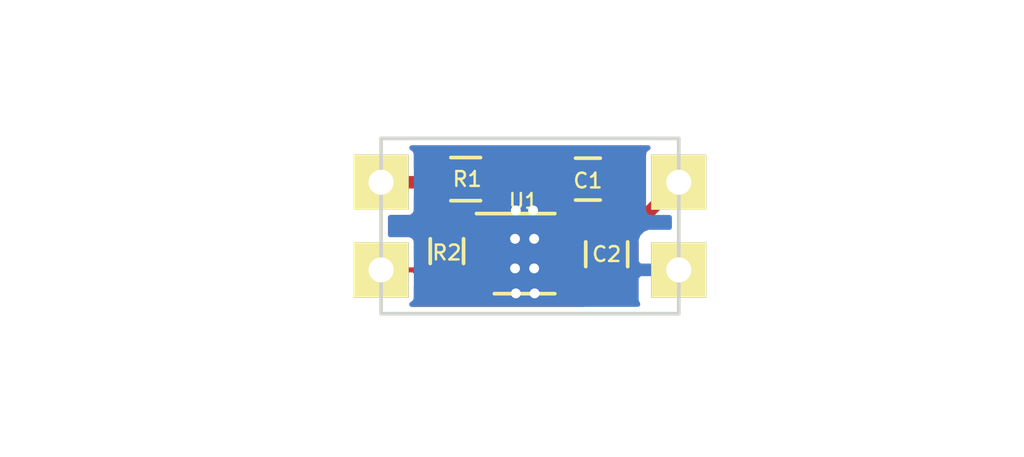
<source format=kicad_pcb>
(kicad_pcb (version 4) (host pcbnew 4.0.4+dfsg1-stable)

  (general
    (links 15)
    (no_connects 0)
    (area 134.655787 94.656 178.272215 115.222001)
    (thickness 1.6)
    (drawings 9)
    (tracks 54)
    (zones 0)
    (modules 9)
    (nets 9)
  )

  (page A4)
  (layers
    (0 F.Cu signal)
    (31 B.Cu signal)
    (32 B.Adhes user)
    (33 F.Adhes user)
    (34 B.Paste user)
    (35 F.Paste user)
    (36 B.SilkS user)
    (37 F.SilkS user)
    (38 B.Mask user)
    (39 F.Mask user)
    (40 Dwgs.User user)
    (41 Cmts.User user)
    (42 Eco1.User user)
    (43 Eco2.User user)
    (44 Edge.Cuts user)
    (45 Margin user)
    (46 B.CrtYd user)
    (47 F.CrtYd user)
    (48 B.Fab user)
    (49 F.Fab user)
  )

  (setup
    (last_trace_width 0.25)
    (user_trace_width 0.2032)
    (user_trace_width 0.508)
    (trace_clearance 0.2)
    (zone_clearance 0.508)
    (zone_45_only no)
    (trace_min 0.2)
    (segment_width 0.2)
    (edge_width 0.15)
    (via_size 0.6)
    (via_drill 0.4)
    (via_min_size 0.4)
    (via_min_drill 0.3)
    (uvia_size 0.3)
    (uvia_drill 0.1)
    (uvias_allowed no)
    (uvia_min_size 0)
    (uvia_min_drill 0)
    (pcb_text_width 0.3)
    (pcb_text_size 1.5 1.5)
    (mod_edge_width 0.15)
    (mod_text_size 1 1)
    (mod_text_width 0.15)
    (pad_size 1.524 1.524)
    (pad_drill 0.762)
    (pad_to_mask_clearance 0.2)
    (aux_axis_origin 0 0)
    (visible_elements FFFEEF7F)
    (pcbplotparams
      (layerselection 0x00030_80000001)
      (usegerberextensions false)
      (excludeedgelayer true)
      (linewidth 0.100000)
      (plotframeref false)
      (viasonmask false)
      (mode 1)
      (useauxorigin false)
      (hpglpennumber 1)
      (hpglpenspeed 20)
      (hpglpendiameter 15)
      (hpglpenoverlay 2)
      (psnegative false)
      (psa4output false)
      (plotreference true)
      (plotvalue true)
      (plotinvisibletext false)
      (padsonsilk false)
      (subtractmaskfromsilk false)
      (outputformat 1)
      (mirror false)
      (drillshape 1)
      (scaleselection 1)
      (outputdirectory ""))
  )

  (net 0 "")
  (net 1 "Net-(C1-Pad1)")
  (net 2 GND)
  (net 3 VOUT)
  (net 4 VIN)
  (net 5 "Net-(R2-Pad1)")
  (net 6 ON)
  (net 7 "Net-(U1-Pad2)")
  (net 8 "Net-(U1-Pad7)")

  (net_class Default "This is the default net class."
    (clearance 0.2)
    (trace_width 0.25)
    (via_dia 0.6)
    (via_drill 0.4)
    (uvia_dia 0.3)
    (uvia_drill 0.1)
    (add_net GND)
    (add_net "Net-(C1-Pad1)")
    (add_net "Net-(R2-Pad1)")
    (add_net "Net-(U1-Pad2)")
    (add_net "Net-(U1-Pad7)")
    (add_net ON)
    (add_net VIN)
    (add_net VOUT)
  )

  (module Capacitors_SMD:C_0805 (layer F.Cu) (tedit 59601369) (tstamp 59600CE9)
    (at 22.352 14.605)
    (descr "Capacitor SMD 0805, reflow soldering, AVX (see smccp.pdf)")
    (tags "capacitor 0805")
    (path /59604977)
    (attr smd)
    (fp_text reference C1 (at 0 0.0635) (layer F.SilkS)
      (effects (font (size 0.6 0.6) (thickness 0.1)))
    )
    (fp_text value 10uF (at 0 2.1) (layer F.Fab)
      (effects (font (size 1 1) (thickness 0.15)))
    )
    (fp_line (start -1.8 -1) (end 1.8 -1) (layer F.CrtYd) (width 0.05))
    (fp_line (start -1.8 1) (end 1.8 1) (layer F.CrtYd) (width 0.05))
    (fp_line (start -1.8 -1) (end -1.8 1) (layer F.CrtYd) (width 0.05))
    (fp_line (start 1.8 -1) (end 1.8 1) (layer F.CrtYd) (width 0.05))
    (fp_line (start 0.5 -0.85) (end -0.5 -0.85) (layer F.SilkS) (width 0.15))
    (fp_line (start -0.5 0.85) (end 0.5 0.85) (layer F.SilkS) (width 0.15))
    (pad 1 smd rect (at -1 0) (size 1 1.25) (layers F.Cu F.Paste F.Mask)
      (net 1 "Net-(C1-Pad1)"))
    (pad 2 smd rect (at 1 0) (size 1 1.25) (layers F.Cu F.Paste F.Mask)
      (net 2 GND))
    (model Capacitors_SMD.3dshapes/C_0805.wrl
      (at (xyz 0 0 0))
      (scale (xyz 1 1 1))
      (rotate (xyz 0 0 0))
    )
  )

  (module Capacitors_SMD:C_0805 (layer F.Cu) (tedit 5960136F) (tstamp 59600CEF)
    (at 23.114 17.653 90)
    (descr "Capacitor SMD 0805, reflow soldering, AVX (see smccp.pdf)")
    (tags "capacitor 0805")
    (path /59604960)
    (attr smd)
    (fp_text reference C2 (at 0 0 180) (layer F.SilkS)
      (effects (font (size 0.6 0.6) (thickness 0.1)))
    )
    (fp_text value 10uF (at 0 2.1 90) (layer F.Fab)
      (effects (font (size 1 1) (thickness 0.15)))
    )
    (fp_line (start -1.8 -1) (end 1.8 -1) (layer F.CrtYd) (width 0.05))
    (fp_line (start -1.8 1) (end 1.8 1) (layer F.CrtYd) (width 0.05))
    (fp_line (start -1.8 -1) (end -1.8 1) (layer F.CrtYd) (width 0.05))
    (fp_line (start 1.8 -1) (end 1.8 1) (layer F.CrtYd) (width 0.05))
    (fp_line (start 0.5 -0.85) (end -0.5 -0.85) (layer F.SilkS) (width 0.15))
    (fp_line (start -0.5 0.85) (end 0.5 0.85) (layer F.SilkS) (width 0.15))
    (pad 1 smd rect (at -1 0 90) (size 1 1.25) (layers F.Cu F.Paste F.Mask)
      (net 2 GND))
    (pad 2 smd rect (at 1 0 90) (size 1 1.25) (layers F.Cu F.Paste F.Mask)
      (net 3 VOUT))
    (model Capacitors_SMD.3dshapes/C_0805.wrl
      (at (xyz 0 0 0))
      (scale (xyz 1 1 1))
      (rotate (xyz 0 0 0))
    )
  )

  (module Resistors_SMD:R_0805 (layer F.Cu) (tedit 59601364) (tstamp 59600CF5)
    (at 17.399 14.605 180)
    (descr "Resistor SMD 0805, reflow soldering, Vishay (see dcrcw.pdf)")
    (tags "resistor 0805")
    (path /59604A9C)
    (attr smd)
    (fp_text reference R1 (at -0.0635 0 180) (layer F.SilkS)
      (effects (font (size 0.6 0.6) (thickness 0.1)))
    )
    (fp_text value 0.01 (at 0 2.1 180) (layer F.Fab)
      (effects (font (size 1 1) (thickness 0.15)))
    )
    (fp_line (start -1.6 -1) (end 1.6 -1) (layer F.CrtYd) (width 0.05))
    (fp_line (start -1.6 1) (end 1.6 1) (layer F.CrtYd) (width 0.05))
    (fp_line (start -1.6 -1) (end -1.6 1) (layer F.CrtYd) (width 0.05))
    (fp_line (start 1.6 -1) (end 1.6 1) (layer F.CrtYd) (width 0.05))
    (fp_line (start 0.6 0.875) (end -0.6 0.875) (layer F.SilkS) (width 0.15))
    (fp_line (start -0.6 -0.875) (end 0.6 -0.875) (layer F.SilkS) (width 0.15))
    (pad 1 smd rect (at -0.95 0 180) (size 0.7 1.3) (layers F.Cu F.Paste F.Mask)
      (net 1 "Net-(C1-Pad1)"))
    (pad 2 smd rect (at 0.95 0 180) (size 0.7 1.3) (layers F.Cu F.Paste F.Mask)
      (net 4 VIN))
    (model Resistors_SMD.3dshapes/R_0805.wrl
      (at (xyz 0 0 0))
      (scale (xyz 1 1 1))
      (rotate (xyz 0 0 0))
    )
  )

  (module Resistors_SMD:R_0603 (layer F.Cu) (tedit 5960135E) (tstamp 59600CFB)
    (at 16.637 17.526 270)
    (descr "Resistor SMD 0603, reflow soldering, Vishay (see dcrcw.pdf)")
    (tags "resistor 0603")
    (path /59604A5D)
    (attr smd)
    (fp_text reference R2 (at 0.0635 0 360) (layer F.SilkS)
      (effects (font (size 0.6 0.6) (thickness 0.1)))
    )
    (fp_text value R (at 0 1.9 270) (layer F.Fab)
      (effects (font (size 1 1) (thickness 0.15)))
    )
    (fp_line (start -1.3 -0.8) (end 1.3 -0.8) (layer F.CrtYd) (width 0.05))
    (fp_line (start -1.3 0.8) (end 1.3 0.8) (layer F.CrtYd) (width 0.05))
    (fp_line (start -1.3 -0.8) (end -1.3 0.8) (layer F.CrtYd) (width 0.05))
    (fp_line (start 1.3 -0.8) (end 1.3 0.8) (layer F.CrtYd) (width 0.05))
    (fp_line (start 0.5 0.675) (end -0.5 0.675) (layer F.SilkS) (width 0.15))
    (fp_line (start -0.5 -0.675) (end 0.5 -0.675) (layer F.SilkS) (width 0.15))
    (pad 1 smd rect (at -0.75 0 270) (size 0.5 0.9) (layers F.Cu F.Paste F.Mask)
      (net 5 "Net-(R2-Pad1)"))
    (pad 2 smd rect (at 0.75 0 270) (size 0.5 0.9) (layers F.Cu F.Paste F.Mask)
      (net 2 GND))
    (model Resistors_SMD.3dshapes/R_0603.wrl
      (at (xyz 0 0 0))
      (scale (xyz 1 1 1))
      (rotate (xyz 0 0 0))
    )
  )

  (module MOD:CPAD (layer F.Cu) (tedit 5960120B) (tstamp 59600D00)
    (at 13.97 14.732)
    (descr "Through hole pin header")
    (tags "pin header")
    (path /5960576A)
    (fp_text reference T1 (at 0 -5.1) (layer F.SilkS) hide
      (effects (font (size 1 1) (thickness 0.15)))
    )
    (fp_text value TEST_1P (at 0 -3.1) (layer F.Fab)
      (effects (font (size 1 1) (thickness 0.15)))
    )
    (fp_line (start -1.75 -1.75) (end -1.75 1.75) (layer F.CrtYd) (width 0.05))
    (fp_line (start 1.75 -1.75) (end 1.75 1.75) (layer F.CrtYd) (width 0.05))
    (fp_line (start -1.75 -1.75) (end 1.75 -1.75) (layer F.CrtYd) (width 0.05))
    (fp_line (start -1.75 1.75) (end 1.75 1.75) (layer F.CrtYd) (width 0.05))
    (pad 1 thru_hole rect (at 0 0) (size 2.2352 2.2352) (drill 1.016) (layers *.Cu *.Mask F.SilkS)
      (net 4 VIN))
  )

  (module MOD:CPAD (layer F.Cu) (tedit 59601210) (tstamp 59600D05)
    (at 26.035 14.732)
    (descr "Through hole pin header")
    (tags "pin header")
    (path /5960589A)
    (fp_text reference T2 (at 0 -5.1) (layer F.SilkS) hide
      (effects (font (size 1 1) (thickness 0.15)))
    )
    (fp_text value TEST_1P (at 0 -3.1) (layer F.Fab)
      (effects (font (size 1 1) (thickness 0.15)))
    )
    (fp_line (start -1.75 -1.75) (end -1.75 1.75) (layer F.CrtYd) (width 0.05))
    (fp_line (start 1.75 -1.75) (end 1.75 1.75) (layer F.CrtYd) (width 0.05))
    (fp_line (start -1.75 -1.75) (end 1.75 -1.75) (layer F.CrtYd) (width 0.05))
    (fp_line (start -1.75 1.75) (end 1.75 1.75) (layer F.CrtYd) (width 0.05))
    (pad 1 thru_hole rect (at 0 0) (size 2.2352 2.2352) (drill 1.016) (layers *.Cu *.Mask F.SilkS)
      (net 3 VOUT))
  )

  (module MOD:CPAD (layer F.Cu) (tedit 5960121F) (tstamp 59600D0A)
    (at 13.97 18.288)
    (descr "Through hole pin header")
    (tags "pin header")
    (path /596058CE)
    (fp_text reference T3 (at -0.5715 -10.033) (layer F.SilkS) hide
      (effects (font (size 1 1) (thickness 0.15)))
    )
    (fp_text value TEST_1P (at 0 -3.1) (layer F.Fab)
      (effects (font (size 1 1) (thickness 0.15)))
    )
    (fp_line (start -1.75 -1.75) (end -1.75 1.75) (layer F.CrtYd) (width 0.05))
    (fp_line (start 1.75 -1.75) (end 1.75 1.75) (layer F.CrtYd) (width 0.05))
    (fp_line (start -1.75 -1.75) (end 1.75 -1.75) (layer F.CrtYd) (width 0.05))
    (fp_line (start -1.75 1.75) (end 1.75 1.75) (layer F.CrtYd) (width 0.05))
    (pad 1 thru_hole rect (at 0 0) (size 2.2352 2.2352) (drill 1.016) (layers *.Cu *.Mask F.SilkS)
      (net 6 ON))
  )

  (module MOD:CPAD (layer F.Cu) (tedit 59601217) (tstamp 59600D0F)
    (at 26.035 18.288)
    (descr "Through hole pin header")
    (tags "pin header")
    (path /59605906)
    (fp_text reference T4 (at 2.921 -9.144) (layer F.SilkS) hide
      (effects (font (size 1 1) (thickness 0.15)))
    )
    (fp_text value TEST_1P (at 0 -3.1) (layer F.Fab)
      (effects (font (size 1 1) (thickness 0.15)))
    )
    (fp_line (start -1.75 -1.75) (end -1.75 1.75) (layer F.CrtYd) (width 0.05))
    (fp_line (start 1.75 -1.75) (end 1.75 1.75) (layer F.CrtYd) (width 0.05))
    (fp_line (start -1.75 -1.75) (end 1.75 -1.75) (layer F.CrtYd) (width 0.05))
    (fp_line (start -1.75 1.75) (end 1.75 1.75) (layer F.CrtYd) (width 0.05))
    (pad 1 thru_hole rect (at 0 0) (size 2.2352 2.2352) (drill 1.016) (layers *.Cu *.Mask F.SilkS)
      (net 2 GND))
  )

  (module Housings_DFN_QFN:DFN-8-1EP_3x3mm_Pitch0.65mm (layer F.Cu) (tedit 59601352) (tstamp 59600D1F)
    (at 19.786 17.6276)
    (descr "8-Lead Plastic Dual Flat, No Lead Package (MF) - 3x3x0.9 mm Body [DFN] (see Microchip Packaging Specification 00000049BS.pdf)")
    (tags "DFN 0.65")
    (path /596049A8)
    (attr smd)
    (fp_text reference U1 (at -0.0375 -2.1336) (layer F.SilkS)
      (effects (font (size 0.6 0.6) (thickness 0.1)))
    )
    (fp_text value FPF2701MPX (at 0 2.55) (layer F.Fab)
      (effects (font (size 1 1) (thickness 0.15)))
    )
    (fp_line (start -2.15 -1.8) (end -2.15 1.8) (layer F.CrtYd) (width 0.05))
    (fp_line (start 2.15 -1.8) (end 2.15 1.8) (layer F.CrtYd) (width 0.05))
    (fp_line (start -2.15 -1.8) (end 2.15 -1.8) (layer F.CrtYd) (width 0.05))
    (fp_line (start -2.15 1.8) (end 2.15 1.8) (layer F.CrtYd) (width 0.05))
    (fp_line (start -1.225 1.625) (end 1.225 1.625) (layer F.SilkS) (width 0.15))
    (fp_line (start -1.95 -1.625) (end 1.225 -1.625) (layer F.SilkS) (width 0.15))
    (pad 1 smd rect (at -1.55 -0.975) (size 0.65 0.35) (layers F.Cu F.Paste F.Mask)
      (net 1 "Net-(C1-Pad1)"))
    (pad 2 smd rect (at -1.55 -0.325) (size 0.65 0.35) (layers F.Cu F.Paste F.Mask)
      (net 7 "Net-(U1-Pad2)"))
    (pad 3 smd rect (at -1.55 0.325) (size 0.65 0.35) (layers F.Cu F.Paste F.Mask)
      (net 5 "Net-(R2-Pad1)"))
    (pad 4 smd rect (at -1.55 0.975) (size 0.65 0.35) (layers F.Cu F.Paste F.Mask)
      (net 6 ON))
    (pad 5 smd rect (at 1.55 0.975) (size 0.65 0.35) (layers F.Cu F.Paste F.Mask)
      (net 2 GND))
    (pad 6 smd rect (at 1.55 0.325) (size 0.65 0.35) (layers F.Cu F.Paste F.Mask))
    (pad 7 smd rect (at 1.55 -0.325) (size 0.65 0.35) (layers F.Cu F.Paste F.Mask)
      (net 8 "Net-(U1-Pad7)"))
    (pad 8 smd rect (at 1.55 -0.975) (size 0.65 0.35) (layers F.Cu F.Paste F.Mask)
      (net 3 VOUT))
    (pad 9 smd rect (at 0.3875 0.6) (size 0.775 1.2) (layers F.Cu F.Paste F.Mask)
      (net 2 GND) (solder_paste_margin_ratio -0.2))
    (pad 9 smd rect (at 0.3875 -0.6) (size 0.775 1.2) (layers F.Cu F.Paste F.Mask)
      (net 2 GND) (solder_paste_margin_ratio -0.2))
    (pad 9 smd rect (at -0.3875 0.6) (size 0.775 1.2) (layers F.Cu F.Paste F.Mask)
      (net 2 GND) (solder_paste_margin_ratio -0.2))
    (pad 9 smd rect (at -0.3875 -0.6) (size 0.775 1.2) (layers F.Cu F.Paste F.Mask)
      (net 2 GND) (solder_paste_margin_ratio -0.2))
    (model Housings_DFN_QFN.3dshapes/DFN-8-1EP_3x3mm_Pitch0.65mm.wrl
      (at (xyz 0 0 0))
      (scale (xyz 1 1 1))
      (rotate (xyz 0 0 0))
    )
  )

  (dimension 1.778 (width 0.3) (layer Eco1.User)
    (gr_text "0.0700 in" (at 4.8095 13.843 90) (layer Eco1.User)
      (effects (font (size 1.5 1.5) (thickness 0.3)))
    )
    (feature1 (pts (xy 26.035 12.954) (xy 3.4595 12.954)))
    (feature2 (pts (xy 26.035 14.732) (xy 3.4595 14.732)))
    (crossbar (pts (xy 6.1595 14.732) (xy 6.1595 12.954)))
    (arrow1a (pts (xy 6.1595 12.954) (xy 6.745921 14.080504)))
    (arrow1b (pts (xy 6.1595 12.954) (xy 5.573079 14.080504)))
    (arrow2a (pts (xy 6.1595 14.732) (xy 6.745921 13.605496)))
    (arrow2b (pts (xy 6.1595 14.732) (xy 5.573079 13.605496)))
  )
  (dimension 12.065 (width 0.3) (layer Eco1.User)
    (gr_text "0.4750 in" (at 20.0025 26.496) (layer Eco1.User) (tstamp 59616160)
      (effects (font (size 1.5 1.5) (thickness 0.3)))
    )
    (feature1 (pts (xy 13.97 18.288) (xy 13.97 27.846)))
    (feature2 (pts (xy 26.035 18.288) (xy 26.035 27.846)))
    (crossbar (pts (xy 26.035 25.146) (xy 13.97 25.146)))
    (arrow1a (pts (xy 13.97 25.146) (xy 15.096504 24.559579)))
    (arrow1b (pts (xy 13.97 25.146) (xy 15.096504 25.732421)))
    (arrow2a (pts (xy 26.035 25.146) (xy 24.908496 24.559579)))
    (arrow2b (pts (xy 26.035 25.146) (xy 24.908496 25.732421)))
  )
  (dimension 3.556 (width 0.3) (layer Eco1.User)
    (gr_text "0.1400 in" (at 37.3545 16.51 270) (layer Eco1.User) (tstamp 59616162)
      (effects (font (size 1.5 1.5) (thickness 0.3)))
    )
    (feature1 (pts (xy 26.035 18.288) (xy 38.7045 18.288)))
    (feature2 (pts (xy 26.035 14.732) (xy 38.7045 14.732)))
    (crossbar (pts (xy 36.0045 14.732) (xy 36.0045 18.288)))
    (arrow1a (pts (xy 36.0045 18.288) (xy 35.418079 17.161496)))
    (arrow1b (pts (xy 36.0045 18.288) (xy 36.590921 17.161496)))
    (arrow2a (pts (xy 36.0045 14.732) (xy 35.418079 15.858504)))
    (arrow2b (pts (xy 36.0045 14.732) (xy 36.590921 15.858504)))
  )
  (dimension 7.112 (width 0.3) (layer Eco1.User)
    (gr_text "0.2800 in" (at 31.2585 16.51 270) (layer Eco1.User) (tstamp 5961615E)
      (effects (font (size 1.5 1.5) (thickness 0.3)))
    )
    (feature1 (pts (xy 26.035 20.066) (xy 32.6085 20.066)))
    (feature2 (pts (xy 26.035 12.954) (xy 32.6085 12.954)))
    (crossbar (pts (xy 29.9085 12.954) (xy 29.9085 20.066)))
    (arrow1a (pts (xy 29.9085 20.066) (xy 29.322079 18.939496)))
    (arrow1b (pts (xy 29.9085 20.066) (xy 30.494921 18.939496)))
    (arrow2a (pts (xy 29.9085 12.954) (xy 29.322079 14.080504)))
    (arrow2b (pts (xy 29.9085 12.954) (xy 30.494921 14.080504)))
  )
  (dimension 12.065 (width 0.3) (layer Eco1.User)
    (gr_text "0.4750 in" (at 20.0025 9.191) (layer Eco1.User) (tstamp 59616164)
      (effects (font (size 1.5 1.5) (thickness 0.3)))
    )
    (feature1 (pts (xy 26.035 12.954) (xy 26.035 7.841)))
    (feature2 (pts (xy 13.97 12.954) (xy 13.97 7.841)))
    (crossbar (pts (xy 13.97 10.541) (xy 26.035 10.541)))
    (arrow1a (pts (xy 26.035 10.541) (xy 24.908496 11.127421)))
    (arrow1b (pts (xy 26.035 10.541) (xy 24.908496 9.954579)))
    (arrow2a (pts (xy 13.97 10.541) (xy 15.096504 11.127421)))
    (arrow2b (pts (xy 13.97 10.541) (xy 15.096504 9.954579)))
  )
  (gr_line (start 26.035 20.066) (end 26.035 12.954) (layer Edge.Cuts) (width 0.15))
  (gr_line (start 13.97 20.066) (end 26.035 20.066) (layer Edge.Cuts) (width 0.15))
  (gr_line (start 13.97 12.954) (end 13.97 20.066) (layer Edge.Cuts) (width 0.15))
  (gr_line (start 26.035 12.954) (end 13.97 12.954) (layer Edge.Cuts) (width 0.15))

  (segment (start 18.349 14.605) (end 18.349 16.5396) (width 0.508) (layer F.Cu) (net 1))
  (segment (start 18.349 16.5396) (end 18.236 16.6526) (width 0.508) (layer F.Cu) (net 1))
  (segment (start 18.349 14.605) (end 21.352 14.605) (width 0.508) (layer F.Cu) (net 1))
  (segment (start 20.1735 17.0276) (end 20.1735 16.6175) (width 0.508) (layer F.Cu) (net 2))
  (segment (start 20.1735 16.6175) (end 19.431 15.875) (width 0.508) (layer F.Cu) (net 2))
  (segment (start 19.3985 17.0276) (end 19.3985 16.606) (width 0.508) (layer F.Cu) (net 2))
  (segment (start 19.3985 16.606) (end 20.1295 15.875) (width 0.508) (layer F.Cu) (net 2))
  (segment (start 20.193 19.2405) (end 20.193 19.0221) (width 0.508) (layer F.Cu) (net 2))
  (segment (start 20.193 19.0221) (end 19.3985 18.2276) (width 0.508) (layer F.Cu) (net 2))
  (segment (start 19.431 19.2405) (end 19.431 18.9701) (width 0.508) (layer F.Cu) (net 2))
  (segment (start 19.431 18.9701) (end 20.1735 18.2276) (width 0.508) (layer F.Cu) (net 2))
  (segment (start 19.431 19.2405) (end 20.193 19.2405) (width 0.508) (layer F.Cu) (net 2))
  (segment (start 19.431 19.2405) (end 19.431 18.2601) (width 0.508) (layer F.Cu) (net 2))
  (segment (start 19.431 18.2601) (end 19.3985 18.2276) (width 0.508) (layer F.Cu) (net 2))
  (via (at 19.431 19.2405) (size 0.6) (drill 0.4) (layers F.Cu B.Cu) (net 2))
  (segment (start 20.1735 18.2276) (end 20.1735 19.221) (width 0.508) (layer F.Cu) (net 2))
  (segment (start 20.1735 19.221) (end 20.193 19.2405) (width 0.508) (layer F.Cu) (net 2))
  (via (at 20.193 19.2405) (size 0.6) (drill 0.4) (layers F.Cu B.Cu) (net 2) (status 1000000))
  (segment (start 20.1295 15.875) (end 20.1295 16.9836) (width 0.508) (layer F.Cu) (net 2))
  (segment (start 20.1295 16.9836) (end 20.1735 17.0276) (width 0.508) (layer F.Cu) (net 2))
  (segment (start 19.431 15.875) (end 20.1295 15.875) (width 0.508) (layer B.Cu) (net 2))
  (via (at 20.1295 15.875) (size 0.6) (drill 0.4) (layers F.Cu B.Cu) (net 2))
  (segment (start 19.3985 17.0276) (end 19.3985 15.9075) (width 0.508) (layer F.Cu) (net 2))
  (segment (start 19.3985 15.9075) (end 19.431 15.875) (width 0.508) (layer F.Cu) (net 2))
  (via (at 19.431 15.875) (size 0.6) (drill 0.4) (layers F.Cu B.Cu) (net 2))
  (segment (start 20.1735 17.0276) (end 19.3985 17.0276) (width 0.508) (layer F.Cu) (net 2))
  (via (at 20.1735 18.2276) (size 0.6) (drill 0.4) (layers F.Cu B.Cu) (net 2))
  (via (at 19.3985 18.2276) (size 0.6) (drill 0.4) (layers F.Cu B.Cu) (net 2))
  (via (at 20.1735 17.0276) (size 0.6) (drill 0.4) (layers F.Cu B.Cu) (net 2))
  (via (at 19.3985 17.0276) (size 0.6) (drill 0.4) (layers F.Cu B.Cu) (net 2))
  (segment (start 19.3985 17.0276) (end 19.3985 18.2276) (width 0.508) (layer F.Cu) (net 2))
  (segment (start 20.1735 18.2276) (end 20.1735 17.0276) (width 0.508) (layer F.Cu) (net 2))
  (segment (start 21.336 18.6026) (end 20.5485 18.6026) (width 0.508) (layer F.Cu) (net 2))
  (segment (start 20.5485 18.6026) (end 20.1735 18.2276) (width 0.508) (layer F.Cu) (net 2))
  (segment (start 23.114 18.653) (end 21.3864 18.653) (width 0.508) (layer F.Cu) (net 2))
  (segment (start 21.3864 18.653) (end 21.336 18.6026) (width 0.508) (layer F.Cu) (net 2))
  (segment (start 26.035 18.288) (end 23.479 18.288) (width 0.508) (layer F.Cu) (net 2))
  (segment (start 23.479 18.288) (end 23.114 18.653) (width 0.508) (layer F.Cu) (net 2))
  (segment (start 23.114 16.653) (end 24.114 16.653) (width 0.508) (layer F.Cu) (net 3))
  (segment (start 24.114 16.653) (end 26.035 14.732) (width 0.508) (layer F.Cu) (net 3))
  (segment (start 23.114 16.653) (end 21.3364 16.653) (width 0.508) (layer F.Cu) (net 3))
  (segment (start 21.3364 16.653) (end 21.336 16.6526) (width 0.508) (layer F.Cu) (net 3))
  (segment (start 13.97 14.732) (end 16.322 14.732) (width 0.508) (layer F.Cu) (net 4))
  (segment (start 16.322 14.732) (end 16.449 14.605) (width 0.508) (layer F.Cu) (net 4))
  (segment (start 16.637 16.776) (end 16.837 16.776) (width 0.2032) (layer F.Cu) (net 5))
  (segment (start 16.837 16.776) (end 17.2902 17.2292) (width 0.2032) (layer F.Cu) (net 5))
  (segment (start 17.7078 17.9526) (end 18.236 17.9526) (width 0.2032) (layer F.Cu) (net 5))
  (segment (start 17.2902 17.2292) (end 17.2902 17.535) (width 0.2032) (layer F.Cu) (net 5))
  (segment (start 17.2902 17.535) (end 17.7078 17.9526) (width 0.2032) (layer F.Cu) (net 5))
  (segment (start 13.97 18.288) (end 15.2908 18.288) (width 0.2032) (layer F.Cu) (net 6))
  (segment (start 15.2908 18.288) (end 15.830401 18.827601) (width 0.2032) (layer F.Cu) (net 6))
  (segment (start 17.7078 18.6026) (end 18.236 18.6026) (width 0.2032) (layer F.Cu) (net 6))
  (segment (start 15.830401 18.827601) (end 17.482799 18.827601) (width 0.2032) (layer F.Cu) (net 6))
  (segment (start 17.482799 18.827601) (end 17.7078 18.6026) (width 0.2032) (layer F.Cu) (net 6))

  (zone (net 2) (net_name GND) (layer F.Cu) (tstamp 0) (hatch edge 0.508)
    (connect_pads (clearance 0.2032))
    (min_thickness 0.2032)
    (fill yes (arc_segments 16) (thermal_gap 0.508) (thermal_bridge_width 0.508))
    (polygon
      (pts
        (xy 13.97 12.954) (xy 26.035 12.954) (xy 26.035 20.066) (xy 13.97 20.066)
      )
    )
    (filled_polygon
      (pts
        (xy 24.3078 17.933243) (xy 24.255794 17.807689) (xy 24.084311 17.636206) (xy 23.860257 17.5434) (xy 23.4188 17.5434)
        (xy 23.2664 17.6958) (xy 23.2664 18.5006) (xy 23.2864 18.5006) (xy 23.2864 18.8054) (xy 23.2664 18.8054)
        (xy 23.2664 18.8254) (xy 22.9616 18.8254) (xy 22.9616 18.8054) (xy 22.2335 18.8054) (xy 22.1182 18.6901)
        (xy 21.4884 18.6901) (xy 21.4884 19.2348) (xy 21.6408 19.3872) (xy 21.782257 19.3872) (xy 21.905105 19.336315)
        (xy 21.972206 19.498311) (xy 22.143689 19.669794) (xy 22.183297 19.6862) (xy 15.214411 19.6862) (xy 15.304292 19.628363)
        (xy 15.373887 19.526507) (xy 15.398371 19.4056) (xy 15.398371 18.970307) (xy 15.543033 19.114969) (xy 15.674878 19.203066)
        (xy 15.830401 19.234001) (xy 17.482799 19.234001) (xy 17.638322 19.203066) (xy 17.770167 19.114969) (xy 17.816002 19.069134)
        (xy 17.911 19.088371) (xy 18.459188 19.088371) (xy 18.494206 19.172911) (xy 18.665689 19.344394) (xy 18.889743 19.4372)
        (xy 19.0937 19.4372) (xy 19.2461 19.2848) (xy 19.2461 19.117128) (xy 19.269206 19.172911) (xy 19.440689 19.344394)
        (xy 19.664743 19.4372) (xy 19.907257 19.4372) (xy 20.131311 19.344394) (xy 20.302794 19.172911) (xy 20.3259 19.117128)
        (xy 20.3259 19.2848) (xy 20.4783 19.4372) (xy 20.682257 19.4372) (xy 20.846355 19.369228) (xy 20.889743 19.3872)
        (xy 21.0312 19.3872) (xy 21.1836 19.2348) (xy 21.1836 18.6901) (xy 21.1706 18.6901) (xy 21.1706 18.5324)
        (xy 21.1636 18.5254) (xy 21.1636 18.5151) (xy 21.1836 18.5151) (xy 21.1836 18.438371) (xy 21.4884 18.438371)
        (xy 21.4884 18.5151) (xy 22.1182 18.5151) (xy 22.1327 18.5006) (xy 22.9616 18.5006) (xy 22.9616 17.6958)
        (xy 22.8092 17.5434) (xy 22.367743 17.5434) (xy 22.143689 17.636206) (xy 21.972206 17.807689) (xy 21.971771 17.808739)
        (xy 21.971771 17.7776) (xy 21.950518 17.664648) (xy 21.927032 17.628151) (xy 21.947287 17.598507) (xy 21.971771 17.4776)
        (xy 21.971771 17.2118) (xy 22.189293 17.2118) (xy 22.199482 17.265952) (xy 22.266237 17.369692) (xy 22.368093 17.439287)
        (xy 22.489 17.463771) (xy 23.739 17.463771) (xy 23.851952 17.442518) (xy 23.955692 17.375763) (xy 24.025287 17.273907)
        (xy 24.037864 17.2118) (xy 24.114 17.2118) (xy 24.3078 17.173251)
      )
    )
    (filled_polygon
      (pts
        (xy 20.3259 18.0848) (xy 20.3459 18.1048) (xy 20.3459 18.38) (xy 20.3259 18.38) (xy 20.3259 18.4627)
        (xy 20.2432 18.38) (xy 19.3288 18.38) (xy 19.2461 18.4627) (xy 19.2461 18.38) (xy 19.2261 18.38)
        (xy 19.2261 18.1048) (xy 19.2461 18.0848) (xy 19.2461 17.9925) (xy 19.3288 18.0752) (xy 19.371495 18.0752)
        (xy 19.440689 18.144394) (xy 19.664743 18.2372) (xy 19.907257 18.2372) (xy 20.131311 18.144394) (xy 20.200505 18.0752)
        (xy 20.2432 18.0752) (xy 20.3259 17.9925)
      )
    )
    (filled_polygon
      (pts
        (xy 24.700708 13.391637) (xy 24.631113 13.493493) (xy 24.606629 13.6144) (xy 24.606629 15.370109) (xy 23.992564 15.984174)
        (xy 23.961763 15.936308) (xy 23.859907 15.866713) (xy 23.739 15.842229) (xy 22.489 15.842229) (xy 22.376048 15.863482)
        (xy 22.272308 15.930237) (xy 22.202713 16.032093) (xy 22.190136 16.0942) (xy 21.338011 16.0942) (xy 21.336 16.0938)
        (xy 21.122157 16.136336) (xy 21.104945 16.147837) (xy 21.077794 16.082289) (xy 20.906311 15.910806) (xy 20.682257 15.818)
        (xy 20.4783 15.818) (xy 20.3259 15.9704) (xy 20.3259 16.138072) (xy 20.302794 16.082289) (xy 20.131311 15.910806)
        (xy 19.907257 15.818) (xy 19.664743 15.818) (xy 19.440689 15.910806) (xy 19.269206 16.082289) (xy 19.2461 16.138072)
        (xy 19.2461 15.9704) (xy 19.0937 15.818) (xy 18.9078 15.818) (xy 18.9078 15.482841) (xy 18.915692 15.477763)
        (xy 18.985287 15.375907) (xy 19.009771 15.255) (xy 19.009771 15.1638) (xy 20.541229 15.1638) (xy 20.541229 15.23)
        (xy 20.562482 15.342952) (xy 20.629237 15.446692) (xy 20.731093 15.516287) (xy 20.852 15.540771) (xy 21.852 15.540771)
        (xy 21.964952 15.519518) (xy 22.068692 15.452763) (xy 22.138287 15.350907) (xy 22.162771 15.23) (xy 22.162771 14.9098)
        (xy 22.2424 14.9098) (xy 22.2424 15.351257) (xy 22.335206 15.575311) (xy 22.506689 15.746794) (xy 22.730743 15.8396)
        (xy 23.0472 15.8396) (xy 23.1996 15.6872) (xy 23.1996 14.7574) (xy 23.5044 14.7574) (xy 23.5044 15.6872)
        (xy 23.6568 15.8396) (xy 23.973257 15.8396) (xy 24.197311 15.746794) (xy 24.368794 15.575311) (xy 24.4616 15.351257)
        (xy 24.4616 14.9098) (xy 24.3092 14.7574) (xy 23.5044 14.7574) (xy 23.1996 14.7574) (xy 22.3948 14.7574)
        (xy 22.2424 14.9098) (xy 22.162771 14.9098) (xy 22.162771 13.98) (xy 22.141518 13.867048) (xy 22.136174 13.858743)
        (xy 22.2424 13.858743) (xy 22.2424 14.3002) (xy 22.3948 14.4526) (xy 23.1996 14.4526) (xy 23.1996 13.5228)
        (xy 23.5044 13.5228) (xy 23.5044 14.4526) (xy 24.3092 14.4526) (xy 24.4616 14.3002) (xy 24.4616 13.858743)
        (xy 24.368794 13.634689) (xy 24.197311 13.463206) (xy 23.973257 13.3704) (xy 23.6568 13.3704) (xy 23.5044 13.5228)
        (xy 23.1996 13.5228) (xy 23.0472 13.3704) (xy 22.730743 13.3704) (xy 22.506689 13.463206) (xy 22.335206 13.634689)
        (xy 22.2424 13.858743) (xy 22.136174 13.858743) (xy 22.074763 13.763308) (xy 21.972907 13.693713) (xy 21.852 13.669229)
        (xy 20.852 13.669229) (xy 20.739048 13.690482) (xy 20.635308 13.757237) (xy 20.565713 13.859093) (xy 20.541229 13.98)
        (xy 20.541229 14.0462) (xy 19.009771 14.0462) (xy 19.009771 13.955) (xy 18.988518 13.842048) (xy 18.921763 13.738308)
        (xy 18.819907 13.668713) (xy 18.699 13.644229) (xy 17.999 13.644229) (xy 17.886048 13.665482) (xy 17.782308 13.732237)
        (xy 17.712713 13.834093) (xy 17.688229 13.955) (xy 17.688229 15.255) (xy 17.709482 15.367952) (xy 17.776237 15.471692)
        (xy 17.7902 15.481232) (xy 17.7902 16.193132) (xy 17.694308 16.254837) (xy 17.624713 16.356693) (xy 17.600229 16.4776)
        (xy 17.600229 16.8276) (xy 17.621482 16.940552) (xy 17.644968 16.977049) (xy 17.624713 17.006693) (xy 17.623828 17.011064)
        (xy 17.577568 16.941832) (xy 17.397771 16.762035) (xy 17.397771 16.526) (xy 17.376518 16.413048) (xy 17.309763 16.309308)
        (xy 17.207907 16.239713) (xy 17.087 16.215229) (xy 16.187 16.215229) (xy 16.074048 16.236482) (xy 15.970308 16.303237)
        (xy 15.900713 16.405093) (xy 15.876229 16.526) (xy 15.876229 17.026) (xy 15.897482 17.138952) (xy 15.964237 17.242692)
        (xy 16.066093 17.312287) (xy 16.187 17.336771) (xy 16.823035 17.336771) (xy 16.8838 17.397536) (xy 16.8838 17.4744)
        (xy 16.7894 17.5688) (xy 16.7894 18.151) (xy 16.8094 18.151) (xy 16.8094 18.401) (xy 16.7894 18.401)
        (xy 16.7894 18.421201) (xy 16.4846 18.421201) (xy 16.4846 18.401) (xy 16.4646 18.401) (xy 16.4646 18.151)
        (xy 16.4846 18.151) (xy 16.4846 17.5688) (xy 16.3322 17.4164) (xy 16.065743 17.4164) (xy 15.841689 17.509206)
        (xy 15.670206 17.680689) (xy 15.5774 17.904743) (xy 15.5774 17.9986) (xy 15.702398 18.123598) (xy 15.701134 18.123598)
        (xy 15.578168 18.000632) (xy 15.532923 17.9704) (xy 15.446323 17.912535) (xy 15.398371 17.902997) (xy 15.398371 17.1704)
        (xy 15.377118 17.057448) (xy 15.310363 16.953708) (xy 15.208507 16.884113) (xy 15.0876 16.859629) (xy 14.3498 16.859629)
        (xy 14.3498 16.160371) (xy 15.0876 16.160371) (xy 15.200552 16.139118) (xy 15.304292 16.072363) (xy 15.373887 15.970507)
        (xy 15.398371 15.8496) (xy 15.398371 15.2908) (xy 15.794965 15.2908) (xy 15.809482 15.367952) (xy 15.876237 15.471692)
        (xy 15.978093 15.541287) (xy 16.099 15.565771) (xy 16.799 15.565771) (xy 16.911952 15.544518) (xy 17.015692 15.477763)
        (xy 17.085287 15.375907) (xy 17.109771 15.255) (xy 17.109771 13.955) (xy 17.088518 13.842048) (xy 17.021763 13.738308)
        (xy 16.919907 13.668713) (xy 16.799 13.644229) (xy 16.099 13.644229) (xy 15.986048 13.665482) (xy 15.882308 13.732237)
        (xy 15.812713 13.834093) (xy 15.788229 13.955) (xy 15.788229 14.1732) (xy 15.398371 14.1732) (xy 15.398371 13.6144)
        (xy 15.377118 13.501448) (xy 15.310363 13.397708) (xy 15.21683 13.3338) (xy 24.790589 13.3338)
      )
    )
    (filled_polygon
      (pts
        (xy 20.3259 16.8752) (xy 20.3459 16.8752) (xy 20.3459 17.1504) (xy 20.3259 17.1704) (xy 20.3259 17.2627)
        (xy 20.2432 17.18) (xy 20.200505 17.18) (xy 20.131311 17.110806) (xy 19.907257 17.018) (xy 19.664743 17.018)
        (xy 19.440689 17.110806) (xy 19.371495 17.18) (xy 19.3288 17.18) (xy 19.2461 17.2627) (xy 19.2461 17.1704)
        (xy 19.2261 17.1504) (xy 19.2261 16.8752) (xy 19.2461 16.8752) (xy 19.2461 16.7925) (xy 19.3288 16.8752)
        (xy 20.2432 16.8752) (xy 20.3259 16.7925)
      )
    )
  )
  (zone (net 2) (net_name GND) (layer B.Cu) (tstamp 0) (hatch edge 0.508)
    (connect_pads (clearance 0.2032))
    (min_thickness 0.2032)
    (fill yes (arc_segments 16) (thermal_gap 0.508) (thermal_bridge_width 0.508))
    (polygon
      (pts
        (xy 13.97 12.954) (xy 26.035 12.954) (xy 26.035 20.066) (xy 13.97 20.066)
      )
    )
    (filled_polygon
      (pts
        (xy 24.700708 13.391637) (xy 24.631113 13.493493) (xy 24.606629 13.6144) (xy 24.606629 15.8496) (xy 24.627882 15.962552)
        (xy 24.694637 16.066292) (xy 24.796493 16.135887) (xy 24.9174 16.160371) (xy 25.6552 16.160371) (xy 25.6552 16.5608)
        (xy 24.796143 16.5608) (xy 24.572089 16.653606) (xy 24.400606 16.825089) (xy 24.3078 17.049143) (xy 24.3078 17.9832)
        (xy 24.4602 18.1356) (xy 25.6552 18.1356) (xy 25.6552 18.4404) (xy 24.4602 18.4404) (xy 24.3078 18.5928)
        (xy 24.3078 19.526857) (xy 24.373802 19.6862) (xy 15.214411 19.6862) (xy 15.304292 19.628363) (xy 15.373887 19.526507)
        (xy 15.398371 19.4056) (xy 15.398371 17.1704) (xy 15.377118 17.057448) (xy 15.310363 16.953708) (xy 15.208507 16.884113)
        (xy 15.0876 16.859629) (xy 14.3498 16.859629) (xy 14.3498 16.160371) (xy 15.0876 16.160371) (xy 15.200552 16.139118)
        (xy 15.304292 16.072363) (xy 15.373887 15.970507) (xy 15.398371 15.8496) (xy 15.398371 13.6144) (xy 15.377118 13.501448)
        (xy 15.310363 13.397708) (xy 15.21683 13.3338) (xy 24.790589 13.3338)
      )
    )
  )
)

</source>
